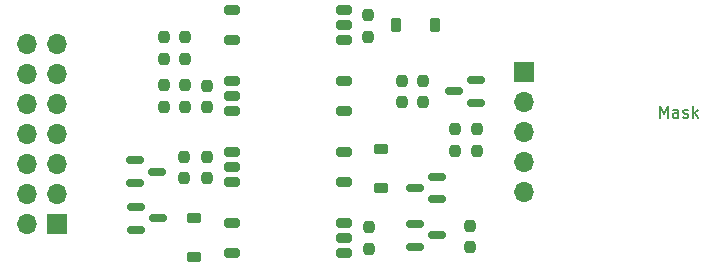
<source format=gbr>
%TF.GenerationSoftware,KiCad,Pcbnew,7.0.10*%
%TF.CreationDate,2024-08-02T12:55:58+01:00*%
%TF.ProjectId,RL78I1C_PMOD_PROG_ADAPTOR_ISO,524c3738-4931-4435-9f50-4d4f445f5052,0*%
%TF.SameCoordinates,PX5b8d800PY7997ee0*%
%TF.FileFunction,Soldermask,Top*%
%TF.FilePolarity,Negative*%
%FSLAX46Y46*%
G04 Gerber Fmt 4.6, Leading zero omitted, Abs format (unit mm)*
G04 Created by KiCad (PCBNEW 7.0.10) date 2024-08-02 12:55:58*
%MOMM*%
%LPD*%
G01*
G04 APERTURE LIST*
G04 Aperture macros list*
%AMRoundRect*
0 Rectangle with rounded corners*
0 $1 Rounding radius*
0 $2 $3 $4 $5 $6 $7 $8 $9 X,Y pos of 4 corners*
0 Add a 4 corners polygon primitive as box body*
4,1,4,$2,$3,$4,$5,$6,$7,$8,$9,$2,$3,0*
0 Add four circle primitives for the rounded corners*
1,1,$1+$1,$2,$3*
1,1,$1+$1,$4,$5*
1,1,$1+$1,$6,$7*
1,1,$1+$1,$8,$9*
0 Add four rect primitives between the rounded corners*
20,1,$1+$1,$2,$3,$4,$5,0*
20,1,$1+$1,$4,$5,$6,$7,0*
20,1,$1+$1,$6,$7,$8,$9,0*
20,1,$1+$1,$8,$9,$2,$3,0*%
G04 Aperture macros list end*
%ADD10C,0.150000*%
%ADD11RoundRect,0.150000X0.587500X0.150000X-0.587500X0.150000X-0.587500X-0.150000X0.587500X-0.150000X0*%
%ADD12RoundRect,0.150000X-0.587500X-0.150000X0.587500X-0.150000X0.587500X0.150000X-0.587500X0.150000X0*%
%ADD13RoundRect,0.237500X0.237500X-0.250000X0.237500X0.250000X-0.237500X0.250000X-0.237500X-0.250000X0*%
%ADD14RoundRect,0.200000X-0.450000X-0.200000X0.450000X-0.200000X0.450000X0.200000X-0.450000X0.200000X0*%
%ADD15RoundRect,0.225000X-0.225000X-0.375000X0.225000X-0.375000X0.225000X0.375000X-0.225000X0.375000X0*%
%ADD16RoundRect,0.200000X0.450000X0.200000X-0.450000X0.200000X-0.450000X-0.200000X0.450000X-0.200000X0*%
%ADD17RoundRect,0.237500X-0.237500X0.250000X-0.237500X-0.250000X0.237500X-0.250000X0.237500X0.250000X0*%
%ADD18O,1.700000X1.700000*%
%ADD19R,1.700000X1.700000*%
%ADD20RoundRect,0.225000X0.375000X-0.225000X0.375000X0.225000X-0.375000X0.225000X-0.375000X-0.225000X0*%
%ADD21RoundRect,0.225000X-0.375000X0.225000X-0.375000X-0.225000X0.375000X-0.225000X0.375000X0.225000X0*%
G04 APERTURE END LIST*
D10*
X57962779Y16174181D02*
X57962779Y17174181D01*
X57962779Y17174181D02*
X58296112Y16459896D01*
X58296112Y16459896D02*
X58629445Y17174181D01*
X58629445Y17174181D02*
X58629445Y16174181D01*
X59534207Y16174181D02*
X59534207Y16697991D01*
X59534207Y16697991D02*
X59486588Y16793229D01*
X59486588Y16793229D02*
X59391350Y16840848D01*
X59391350Y16840848D02*
X59200874Y16840848D01*
X59200874Y16840848D02*
X59105636Y16793229D01*
X59534207Y16221800D02*
X59438969Y16174181D01*
X59438969Y16174181D02*
X59200874Y16174181D01*
X59200874Y16174181D02*
X59105636Y16221800D01*
X59105636Y16221800D02*
X59058017Y16317039D01*
X59058017Y16317039D02*
X59058017Y16412277D01*
X59058017Y16412277D02*
X59105636Y16507515D01*
X59105636Y16507515D02*
X59200874Y16555134D01*
X59200874Y16555134D02*
X59438969Y16555134D01*
X59438969Y16555134D02*
X59534207Y16602753D01*
X59962779Y16221800D02*
X60058017Y16174181D01*
X60058017Y16174181D02*
X60248493Y16174181D01*
X60248493Y16174181D02*
X60343731Y16221800D01*
X60343731Y16221800D02*
X60391350Y16317039D01*
X60391350Y16317039D02*
X60391350Y16364658D01*
X60391350Y16364658D02*
X60343731Y16459896D01*
X60343731Y16459896D02*
X60248493Y16507515D01*
X60248493Y16507515D02*
X60105636Y16507515D01*
X60105636Y16507515D02*
X60010398Y16555134D01*
X60010398Y16555134D02*
X59962779Y16650372D01*
X59962779Y16650372D02*
X59962779Y16697991D01*
X59962779Y16697991D02*
X60010398Y16793229D01*
X60010398Y16793229D02*
X60105636Y16840848D01*
X60105636Y16840848D02*
X60248493Y16840848D01*
X60248493Y16840848D02*
X60343731Y16793229D01*
X60819922Y16174181D02*
X60819922Y17174181D01*
X60915160Y16555134D02*
X61200874Y16174181D01*
X61200874Y16840848D02*
X60819922Y16459896D01*
D11*
%TO.C,Q5*%
X39137500Y9250000D03*
X39137500Y11150000D03*
X37262500Y10200000D03*
%TD*%
D12*
%TO.C,Q4*%
X37262500Y7150000D03*
X37262500Y5250000D03*
X39137500Y6200000D03*
%TD*%
%TO.C,Q3*%
X13600000Y8600000D03*
X13600000Y6700000D03*
X15475000Y7650000D03*
%TD*%
%TO.C,Q2*%
X13562500Y12550000D03*
X13562500Y10650000D03*
X15437500Y11600000D03*
%TD*%
D11*
%TO.C,Q1*%
X42437500Y17450000D03*
X42437500Y19350000D03*
X40562500Y18400000D03*
%TD*%
D13*
%TO.C,C2*%
X19650000Y18862500D03*
X19650000Y17037500D03*
%TD*%
D14*
%TO.C,U1*%
X21750000Y25245000D03*
X21750000Y22705000D03*
X31250000Y22705000D03*
X31250000Y23975000D03*
X31250000Y25245000D03*
%TD*%
D13*
%TO.C,R7*%
X17700000Y11037500D03*
X17700000Y12862500D03*
%TD*%
D15*
%TO.C,D1*%
X35650000Y24000000D03*
X38950000Y24000000D03*
%TD*%
D16*
%TO.C,U2*%
X31250000Y16705000D03*
X31250000Y19245000D03*
X21750000Y19245000D03*
X21750000Y17975000D03*
X21750000Y16705000D03*
%TD*%
D17*
%TO.C,R4*%
X37900000Y19312500D03*
X37900000Y17487500D03*
%TD*%
%TO.C,R10*%
X41900000Y7012500D03*
X41900000Y5187500D03*
%TD*%
D18*
%TO.C,J1*%
X4400000Y22420000D03*
X6940000Y22420000D03*
X4400000Y19880000D03*
X6940000Y19880000D03*
X4400000Y17340000D03*
X6940000Y17340000D03*
X4400000Y14800000D03*
X6940000Y14800000D03*
X4400000Y12260000D03*
X6940000Y12260000D03*
X4400000Y9720000D03*
X6940000Y9720000D03*
X4400000Y7180000D03*
D19*
X6940000Y7180000D03*
%TD*%
D17*
%TO.C,R6*%
X42500000Y15212500D03*
X42500000Y13387500D03*
%TD*%
%TO.C,R9*%
X17800000Y17075000D03*
X17800000Y18900000D03*
%TD*%
%TO.C,R3*%
X36100000Y19312500D03*
X36100000Y17487500D03*
%TD*%
%TO.C,C1*%
X33250000Y24862500D03*
X33250000Y23037500D03*
%TD*%
D20*
%TO.C,D2*%
X34400000Y10250000D03*
X34400000Y13550000D03*
%TD*%
D14*
%TO.C,U4*%
X21750000Y7245000D03*
X21750000Y4705000D03*
X31250000Y4705000D03*
X31250000Y5975000D03*
X31250000Y7245000D03*
%TD*%
D17*
%TO.C,R5*%
X40600000Y15212500D03*
X40600000Y13387500D03*
%TD*%
%TO.C,R1*%
X16000000Y22962500D03*
X16000000Y21137500D03*
%TD*%
%TO.C,C4*%
X33350000Y6912500D03*
X33350000Y5087500D03*
%TD*%
%TO.C,R8*%
X16000000Y17075000D03*
X16000000Y18900000D03*
%TD*%
D21*
%TO.C,D3*%
X18500000Y7650000D03*
X18500000Y4350000D03*
%TD*%
D16*
%TO.C,U3*%
X31250000Y10705000D03*
X31250000Y13245000D03*
X21750000Y13245000D03*
X21750000Y11975000D03*
X21750000Y10705000D03*
%TD*%
D13*
%TO.C,R2*%
X17800000Y21137500D03*
X17800000Y22962500D03*
%TD*%
%TO.C,C3*%
X19650000Y11037500D03*
X19650000Y12862500D03*
%TD*%
D19*
%TO.C,J2*%
X46500000Y20075000D03*
D18*
X46500000Y17535000D03*
X46500000Y14995000D03*
X46500000Y12455000D03*
X46500000Y9915000D03*
%TD*%
M02*

</source>
